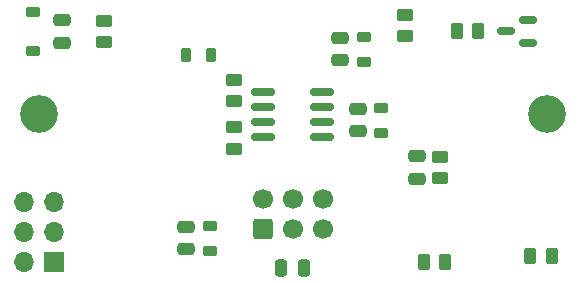
<source format=gbs>
G04 #@! TF.GenerationSoftware,KiCad,Pcbnew,8.0.5*
G04 #@! TF.CreationDate,2024-09-14T16:18:36+01:00*
G04 #@! TF.ProjectId,RotationEncoder,526f7461-7469-46f6-9e45-6e636f646572,rev?*
G04 #@! TF.SameCoordinates,Original*
G04 #@! TF.FileFunction,Soldermask,Bot*
G04 #@! TF.FilePolarity,Negative*
%FSLAX46Y46*%
G04 Gerber Fmt 4.6, Leading zero omitted, Abs format (unit mm)*
G04 Created by KiCad (PCBNEW 8.0.5) date 2024-09-14 16:18:36*
%MOMM*%
%LPD*%
G01*
G04 APERTURE LIST*
G04 Aperture macros list*
%AMRoundRect*
0 Rectangle with rounded corners*
0 $1 Rounding radius*
0 $2 $3 $4 $5 $6 $7 $8 $9 X,Y pos of 4 corners*
0 Add a 4 corners polygon primitive as box body*
4,1,4,$2,$3,$4,$5,$6,$7,$8,$9,$2,$3,0*
0 Add four circle primitives for the rounded corners*
1,1,$1+$1,$2,$3*
1,1,$1+$1,$4,$5*
1,1,$1+$1,$6,$7*
1,1,$1+$1,$8,$9*
0 Add four rect primitives between the rounded corners*
20,1,$1+$1,$2,$3,$4,$5,0*
20,1,$1+$1,$4,$5,$6,$7,0*
20,1,$1+$1,$6,$7,$8,$9,0*
20,1,$1+$1,$8,$9,$2,$3,0*%
G04 Aperture macros list end*
%ADD10C,3.200000*%
%ADD11RoundRect,0.250000X0.600000X-0.600000X0.600000X0.600000X-0.600000X0.600000X-0.600000X-0.600000X0*%
%ADD12C,1.700000*%
%ADD13R,1.700000X1.700000*%
%ADD14O,1.700000X1.700000*%
%ADD15RoundRect,0.250000X0.450000X-0.262500X0.450000X0.262500X-0.450000X0.262500X-0.450000X-0.262500X0*%
%ADD16RoundRect,0.218750X0.381250X-0.218750X0.381250X0.218750X-0.381250X0.218750X-0.381250X-0.218750X0*%
%ADD17RoundRect,0.250000X0.475000X-0.250000X0.475000X0.250000X-0.475000X0.250000X-0.475000X-0.250000X0*%
%ADD18RoundRect,0.150000X0.587500X0.150000X-0.587500X0.150000X-0.587500X-0.150000X0.587500X-0.150000X0*%
%ADD19RoundRect,0.250000X0.262500X0.450000X-0.262500X0.450000X-0.262500X-0.450000X0.262500X-0.450000X0*%
%ADD20RoundRect,0.250000X-0.475000X0.250000X-0.475000X-0.250000X0.475000X-0.250000X0.475000X0.250000X0*%
%ADD21RoundRect,0.150000X0.825000X0.150000X-0.825000X0.150000X-0.825000X-0.150000X0.825000X-0.150000X0*%
%ADD22RoundRect,0.225000X-0.375000X0.225000X-0.375000X-0.225000X0.375000X-0.225000X0.375000X0.225000X0*%
%ADD23RoundRect,0.250000X-0.450000X0.262500X-0.450000X-0.262500X0.450000X-0.262500X0.450000X0.262500X0*%
%ADD24RoundRect,0.218750X-0.381250X0.218750X-0.381250X-0.218750X0.381250X-0.218750X0.381250X0.218750X0*%
%ADD25RoundRect,0.250000X-0.262500X-0.450000X0.262500X-0.450000X0.262500X0.450000X-0.262500X0.450000X0*%
%ADD26RoundRect,0.218750X-0.218750X-0.381250X0.218750X-0.381250X0.218750X0.381250X-0.218750X0.381250X0*%
%ADD27RoundRect,0.250000X0.250000X0.475000X-0.250000X0.475000X-0.250000X-0.475000X0.250000X-0.475000X0*%
G04 APERTURE END LIST*
D10*
X123500000Y-90000000D03*
X166500000Y-90000000D03*
D11*
X142455000Y-99752500D03*
D12*
X142455000Y-97212500D03*
X144995000Y-99752500D03*
X144995000Y-97212500D03*
X147535000Y-99752500D03*
X147535000Y-97212500D03*
D13*
X124775000Y-102525000D03*
D14*
X122235000Y-102525000D03*
X124775000Y-99985000D03*
X122235000Y-99985000D03*
X124775000Y-97445000D03*
X122235000Y-97445000D03*
D15*
X140000000Y-92912500D03*
X140000000Y-91087500D03*
D16*
X138000000Y-101562500D03*
X138000000Y-99437500D03*
D17*
X125500000Y-83950000D03*
X125500000Y-82050000D03*
D18*
X164937500Y-82050000D03*
X164937500Y-83950000D03*
X163062500Y-83000000D03*
D19*
X160712500Y-83000000D03*
X158887500Y-83000000D03*
D20*
X136000000Y-99550000D03*
X136000000Y-101450000D03*
D21*
X147475000Y-88095000D03*
X147475000Y-89365000D03*
X147475000Y-90635000D03*
X147475000Y-91905000D03*
X142525000Y-91905000D03*
X142525000Y-90635000D03*
X142525000Y-89365000D03*
X142525000Y-88095000D03*
D22*
X123000000Y-81350000D03*
X123000000Y-84650000D03*
D15*
X154500000Y-83412500D03*
X154500000Y-81587500D03*
D20*
X150500000Y-89550000D03*
X150500000Y-91450000D03*
D23*
X140000000Y-87087500D03*
X140000000Y-88912500D03*
D19*
X157912500Y-102500000D03*
X156087500Y-102500000D03*
D23*
X157500000Y-93587500D03*
X157500000Y-95412500D03*
D24*
X152500000Y-89437500D03*
X152500000Y-91562500D03*
D17*
X149000000Y-85450000D03*
X149000000Y-83550000D03*
D23*
X129000000Y-82087500D03*
X129000000Y-83912500D03*
D20*
X155500000Y-93550000D03*
X155500000Y-95450000D03*
D24*
X151000000Y-83437500D03*
X151000000Y-85562500D03*
D25*
X165087500Y-102000000D03*
X166912500Y-102000000D03*
D26*
X135937500Y-85000000D03*
X138062500Y-85000000D03*
D27*
X145950000Y-103000000D03*
X144050000Y-103000000D03*
M02*

</source>
